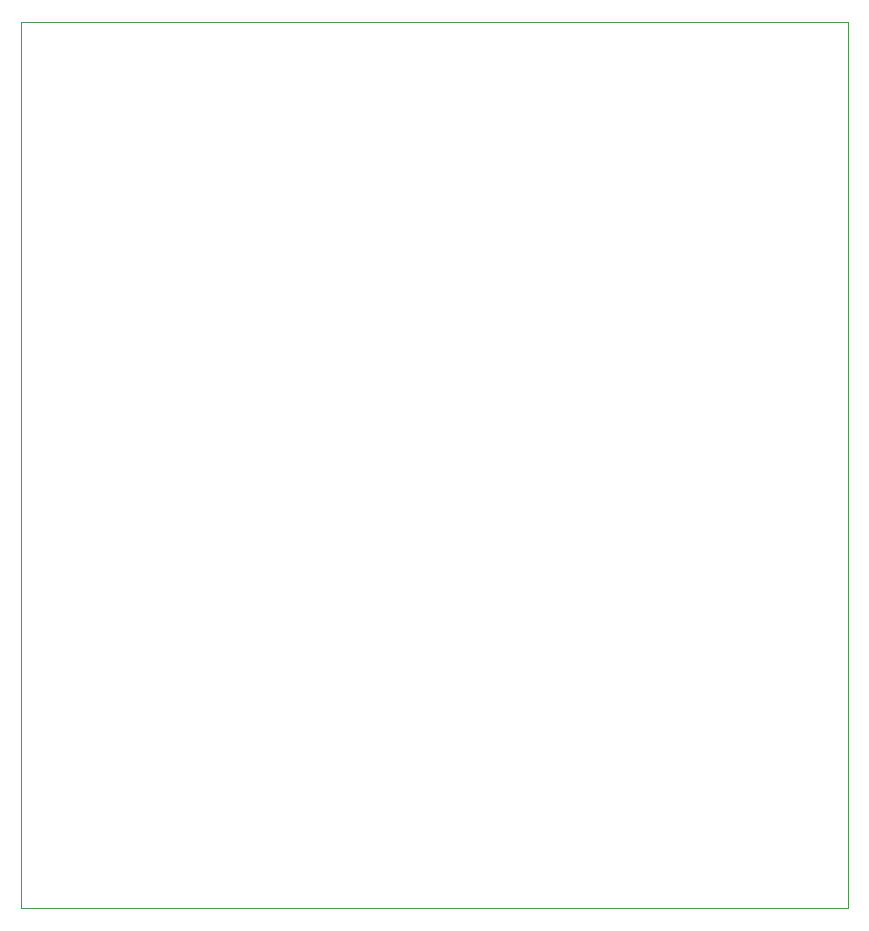
<source format=gbr>
%TF.GenerationSoftware,KiCad,Pcbnew,7.0.10*%
%TF.CreationDate,2025-02-10T10:38:22-05:00*%
%TF.ProjectId,Hackpad,4861636b-7061-4642-9e6b-696361645f70,rev?*%
%TF.SameCoordinates,Original*%
%TF.FileFunction,Profile,NP*%
%FSLAX46Y46*%
G04 Gerber Fmt 4.6, Leading zero omitted, Abs format (unit mm)*
G04 Created by KiCad (PCBNEW 7.0.10) date 2025-02-10 10:38:22*
%MOMM*%
%LPD*%
G01*
G04 APERTURE LIST*
%TA.AperFunction,Profile*%
%ADD10C,0.100000*%
%TD*%
G04 APERTURE END LIST*
D10*
X180000000Y-57000000D02*
X110000000Y-57000000D01*
X110000000Y-132000000D02*
X180000000Y-132000000D01*
X110000000Y-57000000D02*
X110000000Y-132000000D01*
X180000000Y-132000000D02*
X180000000Y-57000000D01*
M02*

</source>
